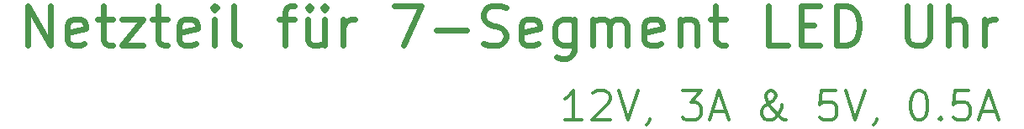
<source format=gbr>
%TF.GenerationSoftware,KiCad,Pcbnew,5.1.6*%
%TF.CreationDate,2020-07-29T12:44:49+02:00*%
%TF.ProjectId,frontplate,66726f6e-7470-46c6-9174-652e6b696361,rev?*%
%TF.SameCoordinates,Original*%
%TF.FileFunction,Legend,Top*%
%TF.FilePolarity,Positive*%
%FSLAX46Y46*%
G04 Gerber Fmt 4.6, Leading zero omitted, Abs format (unit mm)*
G04 Created by KiCad (PCBNEW 5.1.6) date 2020-07-29 12:44:49*
%MOMM*%
%LPD*%
G01*
G04 APERTURE LIST*
%ADD10C,0.300000*%
%ADD11C,0.600000*%
G04 APERTURE END LIST*
D10*
X223519285Y-126357142D02*
X221805000Y-126357142D01*
X222662142Y-126357142D02*
X222662142Y-123357142D01*
X222376428Y-123785714D01*
X222090714Y-124071428D01*
X221805000Y-124214285D01*
X224662142Y-123642857D02*
X224805000Y-123500000D01*
X225090714Y-123357142D01*
X225805000Y-123357142D01*
X226090714Y-123500000D01*
X226233571Y-123642857D01*
X226376428Y-123928571D01*
X226376428Y-124214285D01*
X226233571Y-124642857D01*
X224519285Y-126357142D01*
X226376428Y-126357142D01*
X227233571Y-123357142D02*
X228233571Y-126357142D01*
X229233571Y-123357142D01*
X230376428Y-126214285D02*
X230376428Y-126357142D01*
X230233571Y-126642857D01*
X230090714Y-126785714D01*
X233662142Y-123357142D02*
X235519285Y-123357142D01*
X234519285Y-124500000D01*
X234947857Y-124500000D01*
X235233571Y-124642857D01*
X235376428Y-124785714D01*
X235519285Y-125071428D01*
X235519285Y-125785714D01*
X235376428Y-126071428D01*
X235233571Y-126214285D01*
X234947857Y-126357142D01*
X234090714Y-126357142D01*
X233805000Y-126214285D01*
X233662142Y-126071428D01*
X236662142Y-125500000D02*
X238090714Y-125500000D01*
X236376428Y-126357142D02*
X237376428Y-123357142D01*
X238376428Y-126357142D01*
X244090714Y-126357142D02*
X243947857Y-126357142D01*
X243662142Y-126214285D01*
X243233571Y-125785714D01*
X242519285Y-124928571D01*
X242233571Y-124500000D01*
X242090714Y-124071428D01*
X242090714Y-123785714D01*
X242233571Y-123500000D01*
X242519285Y-123357142D01*
X242662142Y-123357142D01*
X242947857Y-123500000D01*
X243090714Y-123785714D01*
X243090714Y-123928571D01*
X242947857Y-124214285D01*
X242805000Y-124357142D01*
X241947857Y-124928571D01*
X241805000Y-125071428D01*
X241662142Y-125357142D01*
X241662142Y-125785714D01*
X241805000Y-126071428D01*
X241947857Y-126214285D01*
X242233571Y-126357142D01*
X242662142Y-126357142D01*
X242947857Y-126214285D01*
X243090714Y-126071428D01*
X243519285Y-125500000D01*
X243662142Y-125071428D01*
X243662142Y-124785714D01*
X249090714Y-123357142D02*
X247662142Y-123357142D01*
X247519285Y-124785714D01*
X247662142Y-124642857D01*
X247947857Y-124500000D01*
X248662142Y-124500000D01*
X248947857Y-124642857D01*
X249090714Y-124785714D01*
X249233571Y-125071428D01*
X249233571Y-125785714D01*
X249090714Y-126071428D01*
X248947857Y-126214285D01*
X248662142Y-126357142D01*
X247947857Y-126357142D01*
X247662142Y-126214285D01*
X247519285Y-126071428D01*
X250090714Y-123357142D02*
X251090714Y-126357142D01*
X252090714Y-123357142D01*
X253233571Y-126214285D02*
X253233571Y-126357142D01*
X253090714Y-126642857D01*
X252947857Y-126785714D01*
X257376428Y-123357142D02*
X257662142Y-123357142D01*
X257947857Y-123500000D01*
X258090714Y-123642857D01*
X258233571Y-123928571D01*
X258376428Y-124500000D01*
X258376428Y-125214285D01*
X258233571Y-125785714D01*
X258090714Y-126071428D01*
X257947857Y-126214285D01*
X257662142Y-126357142D01*
X257376428Y-126357142D01*
X257090714Y-126214285D01*
X256947857Y-126071428D01*
X256805000Y-125785714D01*
X256662142Y-125214285D01*
X256662142Y-124500000D01*
X256805000Y-123928571D01*
X256947857Y-123642857D01*
X257090714Y-123500000D01*
X257376428Y-123357142D01*
X259662142Y-126071428D02*
X259805000Y-126214285D01*
X259662142Y-126357142D01*
X259519285Y-126214285D01*
X259662142Y-126071428D01*
X259662142Y-126357142D01*
X262519285Y-123357142D02*
X261090714Y-123357142D01*
X260947857Y-124785714D01*
X261090714Y-124642857D01*
X261376428Y-124500000D01*
X262090714Y-124500000D01*
X262376428Y-124642857D01*
X262519285Y-124785714D01*
X262662142Y-125071428D01*
X262662142Y-125785714D01*
X262519285Y-126071428D01*
X262376428Y-126214285D01*
X262090714Y-126357142D01*
X261376428Y-126357142D01*
X261090714Y-126214285D01*
X260947857Y-126071428D01*
X263805000Y-125500000D02*
X265233571Y-125500000D01*
X263519285Y-126357142D02*
X264519285Y-123357142D01*
X265519285Y-126357142D01*
D11*
X167705238Y-118809523D02*
X167705238Y-114809523D01*
X169990952Y-118809523D01*
X169990952Y-114809523D01*
X173419523Y-118619047D02*
X173038571Y-118809523D01*
X172276666Y-118809523D01*
X171895714Y-118619047D01*
X171705238Y-118238095D01*
X171705238Y-116714285D01*
X171895714Y-116333333D01*
X172276666Y-116142857D01*
X173038571Y-116142857D01*
X173419523Y-116333333D01*
X173610000Y-116714285D01*
X173610000Y-117095238D01*
X171705238Y-117476190D01*
X174752857Y-116142857D02*
X176276666Y-116142857D01*
X175324285Y-114809523D02*
X175324285Y-118238095D01*
X175514761Y-118619047D01*
X175895714Y-118809523D01*
X176276666Y-118809523D01*
X177229047Y-116142857D02*
X179324285Y-116142857D01*
X177229047Y-118809523D01*
X179324285Y-118809523D01*
X180276666Y-116142857D02*
X181800476Y-116142857D01*
X180848095Y-114809523D02*
X180848095Y-118238095D01*
X181038571Y-118619047D01*
X181419523Y-118809523D01*
X181800476Y-118809523D01*
X184657619Y-118619047D02*
X184276666Y-118809523D01*
X183514761Y-118809523D01*
X183133809Y-118619047D01*
X182943333Y-118238095D01*
X182943333Y-116714285D01*
X183133809Y-116333333D01*
X183514761Y-116142857D01*
X184276666Y-116142857D01*
X184657619Y-116333333D01*
X184848095Y-116714285D01*
X184848095Y-117095238D01*
X182943333Y-117476190D01*
X186562380Y-118809523D02*
X186562380Y-116142857D01*
X186562380Y-114809523D02*
X186371904Y-115000000D01*
X186562380Y-115190476D01*
X186752857Y-115000000D01*
X186562380Y-114809523D01*
X186562380Y-115190476D01*
X189038571Y-118809523D02*
X188657619Y-118619047D01*
X188467142Y-118238095D01*
X188467142Y-114809523D01*
X193038571Y-116142857D02*
X194562380Y-116142857D01*
X193610000Y-118809523D02*
X193610000Y-115380952D01*
X193800476Y-115000000D01*
X194181428Y-114809523D01*
X194562380Y-114809523D01*
X197610000Y-116142857D02*
X197610000Y-118809523D01*
X195895714Y-116142857D02*
X195895714Y-118238095D01*
X196086190Y-118619047D01*
X196467142Y-118809523D01*
X197038571Y-118809523D01*
X197419523Y-118619047D01*
X197610000Y-118428571D01*
X196086190Y-114809523D02*
X196276666Y-115000000D01*
X196086190Y-115190476D01*
X195895714Y-115000000D01*
X196086190Y-114809523D01*
X196086190Y-115190476D01*
X197610000Y-114809523D02*
X197800476Y-115000000D01*
X197610000Y-115190476D01*
X197419523Y-115000000D01*
X197610000Y-114809523D01*
X197610000Y-115190476D01*
X199514761Y-118809523D02*
X199514761Y-116142857D01*
X199514761Y-116904761D02*
X199705238Y-116523809D01*
X199895714Y-116333333D01*
X200276666Y-116142857D01*
X200657619Y-116142857D01*
X204657619Y-114809523D02*
X207324285Y-114809523D01*
X205610000Y-118809523D01*
X208848095Y-117285714D02*
X211895714Y-117285714D01*
X213610000Y-118619047D02*
X214181428Y-118809523D01*
X215133809Y-118809523D01*
X215514761Y-118619047D01*
X215705238Y-118428571D01*
X215895714Y-118047619D01*
X215895714Y-117666666D01*
X215705238Y-117285714D01*
X215514761Y-117095238D01*
X215133809Y-116904761D01*
X214371904Y-116714285D01*
X213990952Y-116523809D01*
X213800476Y-116333333D01*
X213610000Y-115952380D01*
X213610000Y-115571428D01*
X213800476Y-115190476D01*
X213990952Y-115000000D01*
X214371904Y-114809523D01*
X215324285Y-114809523D01*
X215895714Y-115000000D01*
X219133809Y-118619047D02*
X218752857Y-118809523D01*
X217990952Y-118809523D01*
X217610000Y-118619047D01*
X217419523Y-118238095D01*
X217419523Y-116714285D01*
X217610000Y-116333333D01*
X217990952Y-116142857D01*
X218752857Y-116142857D01*
X219133809Y-116333333D01*
X219324285Y-116714285D01*
X219324285Y-117095238D01*
X217419523Y-117476190D01*
X222752857Y-116142857D02*
X222752857Y-119380952D01*
X222562380Y-119761904D01*
X222371904Y-119952380D01*
X221990952Y-120142857D01*
X221419523Y-120142857D01*
X221038571Y-119952380D01*
X222752857Y-118619047D02*
X222371904Y-118809523D01*
X221609999Y-118809523D01*
X221229047Y-118619047D01*
X221038571Y-118428571D01*
X220848095Y-118047619D01*
X220848095Y-116904761D01*
X221038571Y-116523809D01*
X221229047Y-116333333D01*
X221609999Y-116142857D01*
X222371904Y-116142857D01*
X222752857Y-116333333D01*
X224657619Y-118809523D02*
X224657619Y-116142857D01*
X224657619Y-116523809D02*
X224848095Y-116333333D01*
X225229047Y-116142857D01*
X225800476Y-116142857D01*
X226181428Y-116333333D01*
X226371904Y-116714285D01*
X226371904Y-118809523D01*
X226371904Y-116714285D02*
X226562380Y-116333333D01*
X226943333Y-116142857D01*
X227514761Y-116142857D01*
X227895714Y-116333333D01*
X228086190Y-116714285D01*
X228086190Y-118809523D01*
X231514761Y-118619047D02*
X231133809Y-118809523D01*
X230371904Y-118809523D01*
X229990952Y-118619047D01*
X229800476Y-118238095D01*
X229800476Y-116714285D01*
X229990952Y-116333333D01*
X230371904Y-116142857D01*
X231133809Y-116142857D01*
X231514761Y-116333333D01*
X231705238Y-116714285D01*
X231705238Y-117095238D01*
X229800476Y-117476190D01*
X233419523Y-116142857D02*
X233419523Y-118809523D01*
X233419523Y-116523809D02*
X233609999Y-116333333D01*
X233990952Y-116142857D01*
X234562380Y-116142857D01*
X234943333Y-116333333D01*
X235133809Y-116714285D01*
X235133809Y-118809523D01*
X236467142Y-116142857D02*
X237990952Y-116142857D01*
X237038571Y-114809523D02*
X237038571Y-118238095D01*
X237229047Y-118619047D01*
X237609999Y-118809523D01*
X237990952Y-118809523D01*
X244276666Y-118809523D02*
X242371904Y-118809523D01*
X242371904Y-114809523D01*
X245609999Y-116714285D02*
X246943333Y-116714285D01*
X247514761Y-118809523D02*
X245609999Y-118809523D01*
X245609999Y-114809523D01*
X247514761Y-114809523D01*
X249229047Y-118809523D02*
X249229047Y-114809523D01*
X250181428Y-114809523D01*
X250752857Y-115000000D01*
X251133809Y-115380952D01*
X251324285Y-115761904D01*
X251514761Y-116523809D01*
X251514761Y-117095238D01*
X251324285Y-117857142D01*
X251133809Y-118238095D01*
X250752857Y-118619047D01*
X250181428Y-118809523D01*
X249229047Y-118809523D01*
X256276666Y-114809523D02*
X256276666Y-118047619D01*
X256467142Y-118428571D01*
X256657619Y-118619047D01*
X257038571Y-118809523D01*
X257800476Y-118809523D01*
X258181428Y-118619047D01*
X258371904Y-118428571D01*
X258562380Y-118047619D01*
X258562380Y-114809523D01*
X260467142Y-118809523D02*
X260467142Y-114809523D01*
X262181428Y-118809523D02*
X262181428Y-116714285D01*
X261990952Y-116333333D01*
X261609999Y-116142857D01*
X261038571Y-116142857D01*
X260657619Y-116333333D01*
X260467142Y-116523809D01*
X264086190Y-118809523D02*
X264086190Y-116142857D01*
X264086190Y-116904761D02*
X264276666Y-116523809D01*
X264467142Y-116333333D01*
X264848095Y-116142857D01*
X265229047Y-116142857D01*
M02*

</source>
